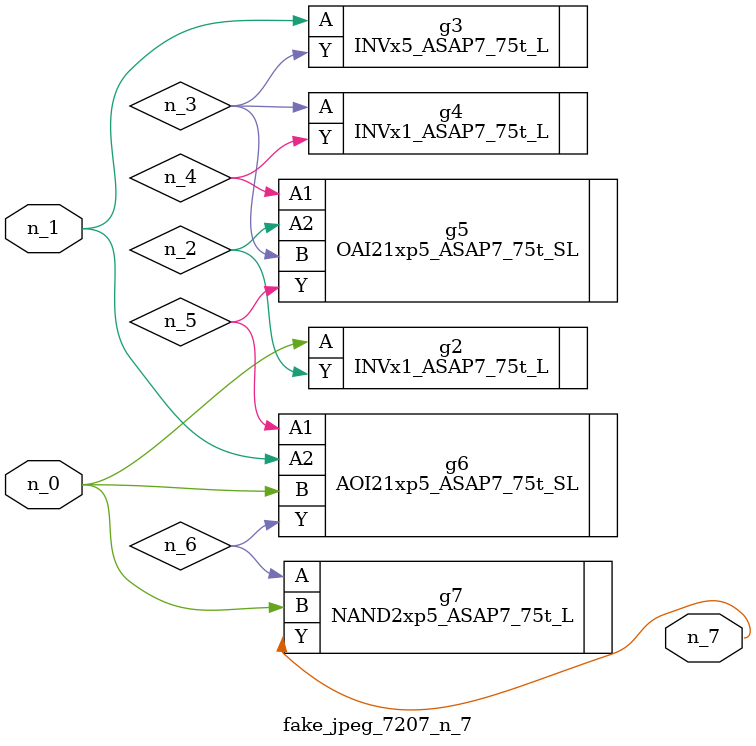
<source format=v>
module fake_jpeg_7207_n_7 (n_0, n_1, n_7);

input n_0;
input n_1;

output n_7;

wire n_2;
wire n_3;
wire n_4;
wire n_6;
wire n_5;

INVx1_ASAP7_75t_L g2 ( 
.A(n_0),
.Y(n_2)
);

INVx5_ASAP7_75t_L g3 ( 
.A(n_1),
.Y(n_3)
);

INVx1_ASAP7_75t_L g4 ( 
.A(n_3),
.Y(n_4)
);

OAI21xp5_ASAP7_75t_SL g5 ( 
.A1(n_4),
.A2(n_2),
.B(n_3),
.Y(n_5)
);

AOI21xp5_ASAP7_75t_SL g6 ( 
.A1(n_5),
.A2(n_1),
.B(n_0),
.Y(n_6)
);

NAND2xp5_ASAP7_75t_L g7 ( 
.A(n_6),
.B(n_0),
.Y(n_7)
);


endmodule
</source>
